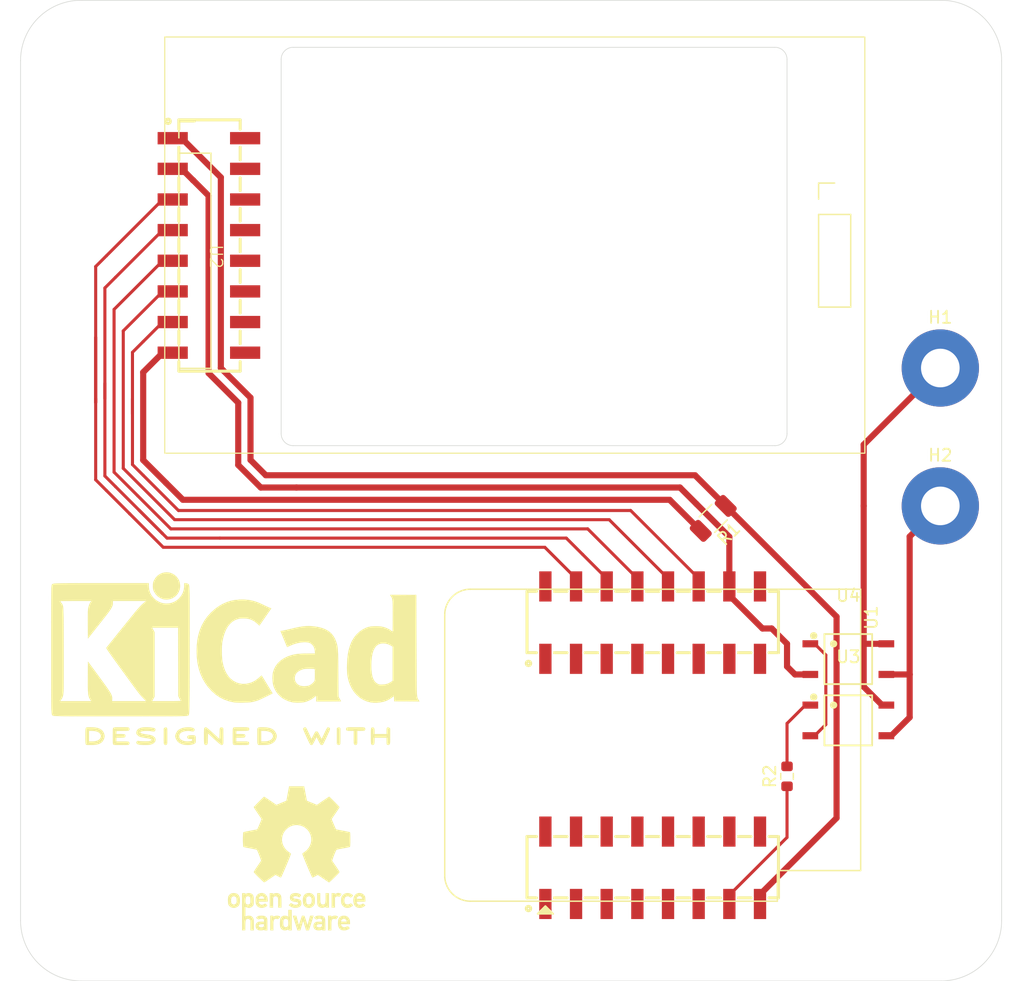
<source format=kicad_pcb>
(kicad_pcb (version 20240108) (generator "pcbnew") (generator_version "8.0")
  (layers (0 "F.Cu" signal) (31 "B.Cu" signal) (34 "B.Paste" user) (35 "F.Paste" user) (36 "B.SilkS" user "B.Silkscreen") (37 "F.SilkS" user "F.Silkscreen") (38 "B.Mask" user) (39 "F.Mask" user) (44 "Edge.Cuts" user))
  (net 0 "")
  (net 1 "P5")
  (net 2 "P4")
  (net 4 "P1")
  (net 7 "P7")
  (net 9 "P3")
  (net 10 "P8")
  (net 14 "P6")
  (net 16 "P2")
  (net 17 "P10")
  (net 20 "P14")
  (net 23 "P16")
  (net 24 "P12")
  (net 28 "P9")
  (net 29 "P11")
  (net 30 "P13")
  (net 32 "P15")
  (net 33 "Net-(U2-LED)")
  (net 34 "Net-(U3-Anode)")
  (net 35 "Net-(U3-Cathode)")
  (net 36 "Net-(H1-Pad1)")
  (net 37 "Net-(H2-Pad1)")
  (footprint "Symbol:KiCad-Logo2_12mm_SilkScreen" (layer "F.Cu") (at 86.36 83.82)
    (property "Reference" "REF**" (hide yes))
    (property "Value" "KiCad-Logo2_12mm_SilkScreen" (hide yes))
  )
  (footprint "MountingHole:MountingHole_3.5mm" (layer "F.Cu") (at 143.51 36.83)
    (property "Reference" "REF**" (hide yes))
    (property "Value" "MountingHole_3.5mm")
    (pad "" np_thru_hole circle (at 0 0) (size 3.5 3.5) (drill 3.5) (layers "*.Cu" "*.Mask"))
  )
  (footprint "MountingHole:MountingHole_3.5mm" (layer "F.Cu") (at 74.93 105.41)
    (property "Reference" "REF**" (hide yes))
    (property "Value" "MountingHole_3.5mm")
    (pad "" np_thru_hole circle (at 0 0) (size 3.5 3.5) (drill 3.5) (layers "*.Cu" "*.Mask"))
  )
  (footprint "Symbol:OSHW-Logo_11.4x12mm_SilkScreen" (layer "F.Cu") (at 91.44 101.6)
    (property "Reference" "REF**" (hide yes))
    (property "Value" "OSHW-Logo_11.4x12mm_SilkScreen" (hide yes))
  )
  (footprint "easyeda:HDR-SMD_16P-P2.54-V-F-R2-C8-LS7.1" (layer "F.Cu") (at 120.95 82.065)
    (property "Reference" "J2" (hide yes))
    (property "Value" "Conn_02x08_Counter_Clockwise")
    (pad "1" smd rect (at -8.89 3) (size 1.02 2.5) (layers "F.Cu" "F.Paste" "F.Mask"))
    (pad "2" smd rect (at -6.35 3) (size 1.02 2.5) (layers "F.Cu" "F.Paste" "F.Mask"))
    (pad "3" smd rect (at -3.81 3) (size 1.02 2.5) (layers "F.Cu" "F.Paste" "F.Mask"))
    (pad "4" smd rect (at -1.27 3) (size 1.02 2.5) (layers "F.Cu" "F.Paste" "F.Mask"))
    (pad "5" smd rect (at 1.27 3) (size 1.02 2.5) (layers "F.Cu" "F.Paste" "F.Mask"))
    (pad "6" smd rect (at 3.81 3) (size 1.02 2.5) (layers "F.Cu" "F.Paste" "F.Mask"))
    (pad "7" smd rect (at 6.35 3) (size 1.02 2.5) (layers "F.Cu" "F.Paste" "F.Mask"))
    (pad "8" smd rect (at 8.89 3) (size 1.02 2.5) (layers "F.Cu" "F.Paste" "F.Mask"))
    (pad "9" smd rect (at 8.89 -3) (size 1.02 2.5) (layers "F.Cu" "F.Paste" "F.Mask") (net 28 "P9"))
    (pad "10" smd rect (at 6.35 -3) (size 1.02 2.5) (layers "F.Cu" "F.Paste" "F.Mask") (net 17 "P10"))
    (pad "11" smd rect (at 3.81 -3) (size 1.02 2.5) (layers "F.Cu" "F.Paste" "F.Mask") (net 29 "P11"))
    (pad "12" smd rect (at 1.27 -3) (size 1.02 2.5) (layers "F.Cu" "F.Paste" "F.Mask") (net 24 "P12"))
    (pad "13" smd rect (at -1.27 -3) (size 1.02 2.5) (layers "F.Cu" "F.Paste" "F.Mask") (net 30 "P13"))
    (pad "14" smd rect (at -3.81 -3) (size 1.02 2.5) (layers "F.Cu" "F.Paste" "F.Mask") (net 20 "P14"))
    (pad "15" smd rect (at -6.35 -3) (size 1.02 2.5) (layers "F.Cu" "F.Paste" "F.Mask") (net 32 "P15"))
    (pad "16" smd rect (at -8.89 -3) (size 1.02 2.5) (layers "F.Cu" "F.Paste" "F.Mask") (net 23 "P16"))
  )
  (footprint "MountingHole:MountingHole_3.2mm_M3_Pad_TopBottom" (layer "F.Cu") (at 144.78 72.39)
    (property "Reference" "H2" (at 0 -4.2 0) (layer "F.SilkS"))
    (property "Value" "MountingHole_Pad")
    (pad "1" thru_hole circle (at 0 0) (size 3.6 3.6) (drill 3.2) (layers "*.Cu" "*.Mask") (net 37 "Net-(H2-Pad1)"))
    (pad "1" connect circle (at 0 0) (size 6.4 6.4) (layers "F.Cu" "F.Mask") (net 37 "Net-(H2-Pad1)"))
    (pad "1" connect circle (at 0 0) (size 6.4 6.4) (layers "B.Cu" "B.Mask") (net 37 "Net-(H2-Pad1)"))
  )
  (footprint "easyeda:SOP-4_L4.4-W4.0-P2.54-LS7.0-TL" (layer "F.Cu") (at 137.16 85.09)
    (property "Reference" "U4" (at 0 -5.27 0) (layer "F.SilkS"))
    (property "Value" "ELM3052(TA)")
    (pad "1" smd rect (at -3.15 -1.27 270) (size 0.59 1.3) (layers "F.Cu" "F.Paste" "F.Mask") (net 35 "Net-(U3-Cathode)"))
    (pad "2" smd rect (at -3.15 1.27 270) (size 0.59 1.3) (layers "F.Cu" "F.Paste" "F.Mask") (net 17 "P10"))
    (pad "3" smd rect (at 3.15 1.27 270) (size 0.59 1.3) (layers "F.Cu" "F.Paste" "F.Mask") (net 37 "Net-(H2-Pad1)"))
    (pad "4" smd rect (at 3.15 -1.27 270) (size 0.59 1.3) (layers "F.Cu" "F.Paste" "F.Mask") (net 36 "Net-(H1-Pad1)"))
  )
  (footprint "weather:TFT_ST7735_SD" (layer "F.Cu") (at 84.295 50.77 -90)
    (property "Reference" "U2" (at 0.95 -0.48 -90) (layer "F.SilkS") (effects (font (thickness 0.1))))
    (property "Value" "TFT_ST7735_SD")
    (pad "" np_thru_hole circle (at -14.25 -51.23) (size 3.2 3.2) (drill 3.2) (layers "*.Cu" "*.Mask"))
    (pad "" np_thru_hole circle (at -14.25 0.77) (size 3.2 3.2) (drill 3.2) (layers "*.Cu" "*.Mask"))
    (pad "" np_thru_hole circle (at 14.25 -51.23) (size 3.2 3.2) (drill 3.2) (layers "*.Cu" "*.Mask"))
    (pad "" np_thru_hole circle (at 14.25 0.77) (size 3.2 3.2) (drill 3.2) (layers "*.Cu" "*.Mask"))
    (pad "1" smd rect (at -8.86 3.11 270) (size 1.02 2.5) (layers "F.Cu" "F.Paste" "F.Mask") (net 10 "P8"))
    (pad "2" smd rect (at -6.32 3.11 270) (size 1.02 2.5) (layers "F.Cu" "F.Paste" "F.Mask") (net 17 "P10"))
    (pad "3" smd rect (at -3.78 3.11 270) (size 1.02 2.5) (layers "F.Cu" "F.Paste" "F.Mask") (net 32 "P15"))
    (pad "4" smd rect (at -1.24 3.11 270) (size 1.02 2.5) (layers "F.Cu" "F.Paste" "F.Mask") (net 20 "P14"))
    (pad "5" smd rect (at 1.3 3.11 270) (size 1.02 2.5) (layers "F.Cu" "F.Paste" "F.Mask") (net 30 "P13"))
    (pad "6" smd rect (at 3.84 3.11 270) (size 1.02 2.5) (layers "F.Cu" "F.Paste" "F.Mask") (net 24 "P12"))
    (pad "7" smd rect (at 6.38 3.11 270) (size 1.02 2.5) (layers "F.Cu" "F.Paste" "F.Mask") (net 29 "P11"))
    (pad "8" smd rect (at 8.92 3.11 270) (size 1.02 2.5) (layers "F.Cu" "F.Paste" "F.Mask") (net 33 "Net-(U2-LED)"))
    (pad "null0" smd rect (at -8.86 -2.89 270) (size 1.02 2.5) (layers "F.Cu" "F.Paste" "F.Mask"))
    (pad "null0" smd rect (at -6.32 -2.89 270) (size 1.02 2.5) (layers "F.Cu" "F.Paste" "F.Mask"))
    (pad "null0" smd rect (at -3.78 -2.89 270) (size 1.02 2.5) (layers "F.Cu" "F.Paste" "F.Mask"))
    (pad "null0" smd rect (at -1.24 -2.89 270) (size 1.02 2.5) (layers "F.Cu" "F.Paste" "F.Mask"))
    (pad "null0" smd rect (at 1.3 -2.89 270) (size 1.02 2.5) (layers "F.Cu" "F.Paste" "F.Mask"))
    (pad "null0" smd rect (at 3.84 -2.89 270) (size 1.02 2.5) (layers "F.Cu" "F.Paste" "F.Mask"))
    (pad "null0" smd rect (at 6.38 -2.89 270) (size 1.02 2.5) (layers "F.Cu" "F.Paste" "F.Mask"))
    (pad "null0" smd rect (at 8.92 -2.89 270) (size 1.02 2.5) (layers "F.Cu" "F.Paste" "F.Mask"))
  )
  (footprint "MountingHole:MountingHole_3.5mm" (layer "F.Cu") (at 74.93 36.83)
    (property "Reference" "REF**" (hide yes))
    (property "Value" "MountingHole_3.5mm")
    (pad "" np_thru_hole circle (at 0 0) (size 3.5 3.5) (drill 3.5) (layers "*.Cu" "*.Mask"))
  )
  (footprint "easyeda:SOP-4_L4.4-W4.0-P2.54-LS7.0-TL" (layer "F.Cu") (at 137.16 90.17)
    (property "Reference" "U3" (at 0 -5.27 0) (layer "F.SilkS"))
    (property "Value" "ELM3052(TA)")
    (pad "1" smd rect (at -3.15 -1.27 270) (size 0.59 1.3) (layers "F.Cu" "F.Paste" "F.Mask") (net 34 "Net-(U3-Anode)"))
    (pad "2" smd rect (at -3.15 1.27 270) (size 0.59 1.3) (layers "F.Cu" "F.Paste" "F.Mask") (net 35 "Net-(U3-Cathode)"))
    (pad "3" smd rect (at 3.15 1.27 270) (size 0.59 1.3) (layers "F.Cu" "F.Paste" "F.Mask") (net 37 "Net-(H2-Pad1)"))
    (pad "4" smd rect (at 3.15 -1.27 270) (size 0.59 1.3) (layers "F.Cu" "F.Paste" "F.Mask") (net 36 "Net-(H1-Pad1)"))
  )
  (footprint "Resistor_SMD:R_1206_3216Metric" (layer "F.Cu") (at 125.965856 73.424144 -135)
    (property "Reference" "R1" (at 0 -1.82 45) (layer "F.SilkS"))
    (property "Value" "10")
    (pad "1" smd roundrect (at -1.4625 0 225) (size 1.125 1.75) (layers "F.Cu" "F.Paste" "F.Mask") (roundrect_rratio 0.222222) (net 10 "P8"))
    (pad "2" smd roundrect (at 1.4625 0 225) (size 1.125 1.75) (layers "F.Cu" "F.Paste" "F.Mask") (roundrect_rratio 0.222222) (net 33 "Net-(U2-LED)"))
  )
  (footprint "Resistor_SMD:R_0603_1608Metric" (layer "F.Cu") (at 132.08 94.805 90)
    (property "Reference" "R2" (at 0 -1.43 90) (layer "F.SilkS"))
    (property "Value" "75")
    (pad "1" smd roundrect (at -0.825 0 90) (size 0.8 0.95) (layers "F.Cu" "F.Paste" "F.Mask") (net 7 "P7"))
    (pad "2" smd roundrect (at 0.825 0 90) (size 0.8 0.95) (layers "F.Cu" "F.Paste" "F.Mask") (net 34 "Net-(U3-Anode)"))
  )
  (footprint "MountingHole:MountingHole_3.5mm" (layer "F.Cu") (at 143.51 105.41)
    (property "Reference" "REF**" (hide yes))
    (property "Value" "MountingHole_3.5mm")
    (pad "" np_thru_hole circle (at 0 0) (size 3.5 3.5) (drill 3.5) (layers "*.Cu" "*.Mask"))
  )
  (footprint "weather:WEMOS_C3_1" (layer "F.Cu") (at 112.06 103.655 90)
    (property "Reference" "U1" (at 22 27 90) (layer "F.SilkS"))
    (property "Value" "WEMOS_C3_Mini")
  )
  (footprint "MountingHole:MountingHole_3.2mm_M3_Pad_TopBottom" (layer "F.Cu") (at 144.78 60.96)
    (property "Reference" "H1" (at 0 -4.2 0) (layer "F.SilkS"))
    (property "Value" "MountingHole_Pad")
    (pad "1" thru_hole circle (at 0 0) (size 3.6 3.6) (drill 3.2) (layers "*.Cu" "*.Mask") (net 36 "Net-(H1-Pad1)"))
    (pad "1" connect circle (at 0 0) (size 6.4 6.4) (layers "F.Cu" "F.Mask") (net 36 "Net-(H1-Pad1)"))
    (pad "1" connect circle (at 0 0) (size 6.4 6.4) (layers "B.Cu" "B.Mask") (net 36 "Net-(H1-Pad1)"))
  )
  (footprint "easyeda:HDR-SMD_16P-P2.54-V-F-R2-C8-LS7.1" (layer "F.Cu") (at 120.95 102.385)
    (property "Reference" "J1" (hide yes))
    (property "Value" "Conn_02x08_Counter_Clockwise")
    (pad "1" smd rect (at -8.89 3) (size 1.02 2.5) (layers "F.Cu" "F.Paste" "F.Mask") (net 4 "P1"))
    (pad "2" smd rect (at -6.35 3) (size 1.02 2.5) (layers "F.Cu" "F.Paste" "F.Mask") (net 16 "P2"))
    (pad "3" smd rect (at -3.81 3) (size 1.02 2.5) (layers "F.Cu" "F.Paste" "F.Mask") (net 9 "P3"))
    (pad "4" smd rect (at -1.27 3) (size 1.02 2.5) (layers "F.Cu" "F.Paste" "F.Mask") (net 2 "P4"))
    (pad "5" smd rect (at 1.27 3) (size 1.02 2.5) (layers "F.Cu" "F.Paste" "F.Mask") (net 1 "P5"))
    (pad "6" smd rect (at 3.81 3) (size 1.02 2.5) (layers "F.Cu" "F.Paste" "F.Mask") (net 14 "P6"))
    (pad "7" smd rect (at 6.35 3) (size 1.02 2.5) (layers "F.Cu" "F.Paste" "F.Mask") (net 7 "P7"))
    (pad "8" smd rect (at 8.89 3) (size 1.02 2.5) (layers "F.Cu" "F.Paste" "F.Mask") (net 10 "P8"))
    (pad "9" smd rect (at 8.89 -3) (size 1.02 2.5) (layers "F.Cu" "F.Paste" "F.Mask"))
    (pad "10" smd rect (at 6.35 -3) (size 1.02 2.5) (layers "F.Cu" "F.Paste" "F.Mask"))
    (pad "11" smd rect (at 3.81 -3) (size 1.02 2.5) (layers "F.Cu" "F.Paste" "F.Mask"))
    (pad "12" smd rect (at 1.27 -3) (size 1.02 2.5) (layers "F.Cu" "F.Paste" "F.Mask"))
    (pad "13" smd rect (at -1.27 -3) (size 1.02 2.5) (layers "F.Cu" "F.Paste" "F.Mask"))
    (pad "14" smd rect (at -3.81 -3) (size 1.02 2.5) (layers "F.Cu" "F.Paste" "F.Mask"))
    (pad "15" smd rect (at -6.35 -3) (size 1.02 2.5) (layers "F.Cu" "F.Paste" "F.Mask"))
    (pad "16" smd rect (at -8.89 -3) (size 1.02 2.5) (layers "F.Cu" "F.Paste" "F.Mask"))
  )
  (gr_arc (start 91.17 67.395) (mid 90.462893 67.102107) (end 90.17 66.395) (stroke (width 0.05)) (layer "Edge.Cuts"))
  (gr_arc (start 144.86 30.48) (mid 148.395534 31.944466) (end 149.86 35.48) (stroke (width 0.05)) (layer "Edge.Cuts"))
  (gr_arc (start 132.08 66.395) (mid 131.787107 67.102107) (end 131.08 67.395) (stroke (width 0.05)) (layer "Edge.Cuts"))
  (gr_line (start 68.58 106.76) (end 68.58 35.48) (stroke (width 0.05)) (layer "Edge.Cuts"))
  (gr_arc (start 149.86 106.76) (mid 148.395534 110.295534) (end 144.86 111.76) (stroke (width 0.05)) (layer "Edge.Cuts"))
  (gr_line (start 73.58 30.48) (end 144.86 30.48) (stroke (width 0.05)) (layer "Edge.Cuts"))
  (gr_line (start 131.08 67.395) (end 91.17 67.395) (stroke (width 0.05)) (layer "Edge.Cuts"))
  (gr_line (start 90.17 66.395) (end 90.17 35.375) (stroke (width 0.05)) (layer "Edge.Cuts"))
  (gr_arc (start 131.08 34.375) (mid 131.787107 34.667893) (end 132.08 35.375) (stroke (width 0.05)) (layer "Edge.Cuts"))
  (gr_arc (start 68.58 35.48) (mid 70.044466 31.944466) (end 73.58 30.48) (stroke (width 0.05)) (layer "Edge.Cuts"))
  (gr_line (start 91.17 34.375) (end 131.08 34.375) (stroke (width 0.05)) (layer "Edge.Cuts"))
  (gr_arc (start 73.58 111.76) (mid 70.044466 110.295534) (end 68.58 106.76) (stroke (width 0.05)) (layer "Edge.Cuts"))
  (gr_line (start 132.08 35.375) (end 132.08 66.395) (stroke (width 0.05)) (layer "Edge.Cuts"))
  (gr_line (start 149.86 35.48) (end 149.86 106.76) (stroke (width 0.05)) (layer "Edge.Cuts"))
  (gr_line (start 144.86 111.76) (end 73.58 111.76) (stroke (width 0.05)) (layer "Edge.Cuts"))
  (gr_arc (start 90.17 35.375) (mid 90.462893 34.667893) (end 91.17 34.375) (stroke (width 0.05)) (layer "Edge.Cuts"))
  (segment (start 127.3 104.645) (end 132.08 99.865) (width 0.254) (layer "F.Cu") (net 7))
  (segment (start 132.08 99.865) (end 132.08 95.63) (width 0.254) (layer "F.Cu") (net 7))
  (segment (start 127.3 105.385) (end 127.3 104.645) (width 0.254) (layer "F.Cu") (net 7))
  (segment (start 87.63 68.58) (end 88.9 69.85) (width 0.508) (layer "F.Cu") (net 10))
  (segment (start 85.173 45.158) (end 85.173 60.962) (width 0.508) (layer "F.Cu") (net 10))
  (segment (start 136.184 81.574) (end 136.184 98.258) (width 0.508) (layer "F.Cu") (net 10))
  (segment (start 81.185 41.91) (end 81.929 41.91) (width 0.508) (layer "F.Cu") (net 10))
  (segment (start 87.63 63.419) (end 87.63 68.58) (width 0.508) (layer "F.Cu") (net 10))
  (segment (start 136.184 98.258) (end 129.84 104.602) (width 0.508) (layer "F.Cu") (net 10))
  (segment (start 124.46 69.85) (end 88.9 69.85) (width 0.508) (layer "F.Cu") (net 10))
  (segment (start 81.925 41.91) (end 85.173 45.158) (width 0.508) (layer "F.Cu") (net 10))
  (segment (start 127 72.39) (end 136.184 81.574) (width 0.508) (layer "F.Cu") (net 10))
  (segment (start 129.84 105.385) (end 129.84 106.38) (width 0.508) (layer "F.Cu") (net 10))
  (segment (start 81.185 41.91) (end 81.925 41.91) (width 0.508) (layer "F.Cu") (net 10))
  (segment (start 129.84 104.602) (end 129.84 105.385) (width 0.508) (layer "F.Cu") (net 10))
  (segment (start 127 72.39) (end 124.46 69.85) (width 0.508) (layer "F.Cu") (net 10))
  (segment (start 85.173 60.962) (end 87.63 63.419) (width 0.508) (layer "F.Cu") (net 10))
  (segment (start 127.3 79.805) (end 130.045 82.55) (width 0.508) (layer "F.Cu") (net 17))
  (segment (start 91.44 70.866) (end 88.479159 70.866) (width 0.508) (layer "F.Cu") (net 17))
  (segment (start 82.8765 45.3975) (end 84.157 46.678) (width 0.508) (layer "F.Cu") (net 17))
  (segment (start 132.08 83.82) (end 132.08 85.7) (width 0.508) (layer "F.Cu") (net 17))
  (segment (start 127.138 78.903) (end 127.3 79.065) (width 0.508) (layer "F.Cu") (net 17))
  (segment (start 127.3 74.95345) (end 127.3 79.065) (width 0.508) (layer "F.Cu") (net 17))
  (segment (start 124.57355 72.227) (end 127.3 74.95345) (width 0.508) (layer "F.Cu") (net 17))
  (segment (start 81.185 44.365) (end 80.445 44.365) (width 0.508) (layer "F.Cu") (net 17))
  (segment (start 86.614 63.83984) (end 86.614 69.00084) (width 0.508) (layer "F.Cu") (net 17))
  (segment (start 123.21255 70.866) (end 91.44 70.866) (width 0.508) (layer "F.Cu") (net 17))
  (segment (start 82.8725 45.3975) (end 82.8765 45.3975) (width 0.508) (layer "F.Cu") (net 17))
  (segment (start 84.157 46.678) (end 84.157 61.38284) (width 0.508) (layer "F.Cu") (net 17))
  (segment (start 132.74 86.36) (end 132.08 85.7) (width 0.508) (layer "F.Cu") (net 17))
  (segment (start 88.479159 70.866) (end 86.614 69.000841) (width 0.508) (layer "F.Cu") (net 17))
  (segment (start 81.925 44.45) (end 82.8725 45.3975) (width 0.508) (layer "F.Cu") (net 17))
  (segment (start 134.01 86.36) (end 132.74 86.36) (width 0.508) (layer "F.Cu") (net 17))
  (segment (start 81.185 44.45) (end 81.925 44.45) (width 0.508) (layer "F.Cu") (net 17))
  (segment (start 127.3 79.065) (end 127.3 79.805) (width 0.508) (layer "F.Cu") (net 17))
  (segment (start 130.81 82.55) (end 132.08 83.82) (width 0.508) (layer "F.Cu") (net 17))
  (segment (start 124.57355 72.227) (end 123.21255 70.866) (width 0.508) (layer "F.Cu") (net 17))
  (segment (start 130.045 82.55) (end 130.81 82.55) (width 0.508) (layer "F.Cu") (net 17))
  (segment (start 84.157 61.38284) (end 86.614 63.83984) (width 0.508) (layer "F.Cu") (net 17))
  (segment (start 81.929 44.45) (end 81.185 44.45) (width 0.508) (layer "F.Cu") (net 17))
  (segment (start 76.454 70.796893) (end 75.565 69.907893) (width 0.254) (layer "F.Cu") (net 20))
  (segment (start 85.09 75.057) (end 80.714108 75.057) (width 0.254) (layer "F.Cu") (net 20))
  (segment (start 115.153 76.418) (end 117.14 78.405) (width 0.254) (layer "F.Cu") (net 20))
  (segment (start 117.14 78.405) (end 117.14 79.065) (width 0.254) (layer "F.Cu") (net 20))
  (segment (start 113.792 75.057) (end 85.09 75.057) (width 0.254) (layer "F.Cu") (net 20))
  (segment (start 81.185 49.445) (end 80.445 49.445) (width 0.254) (layer "F.Cu") (net 20))
  (segment (start 76.454 53.436) (end 75.565 54.325) (width 0.254) (layer "F.Cu") (net 20))
  (segment (start 80.714108 75.057) (end 78.393554 72.736446) (width 0.254) (layer "F.Cu") (net 20))
  (segment (start 75.565 54.325) (end 75.565 63.5) (width 0.254) (layer "F.Cu") (net 20))
  (segment (start 76.454 70.796893) (end 80.333107 74.676) (width 0.254) (layer "F.Cu") (net 20))
  (segment (start 75.565 69.907893) (end 75.565 62.23) (width 0.254) (layer "F.Cu") (net 20))
  (segment (start 80.333107 74.676) (end 80.333107 74.676001) (width 0.254) (layer "F.Cu") (net 20))
  (segment (start 80.445 49.445) (end 76.454 53.436) (width 0.254) (layer "F.Cu") (net 20))
  (segment (start 115.153 76.418) (end 113.792 75.057) (width 0.254) (layer "F.Cu") (net 20))
  (segment (start 80.445 54.525) (end 81.185 54.525) (width 0.254) (layer "F.Cu") (net 24))
  (segment (start 117.348 73.533) (end 81.345369 73.533) (width 0.254) (layer "F.Cu") (net 24))
  (segment (start 122.22 78.405) (end 117.348 73.533) (width 0.254) (layer "F.Cu") (net 24))
  (segment (start 77.089 69.276631) (end 77.089 57.881) (width 0.254) (layer "F.Cu") (net 24))
  (segment (start 122.22 79.065) (end 122.22 78.405) (width 0.254) (layer "F.Cu") (net 24))
  (segment (start 81.345369 73.533) (end 77.089 69.276631) (width 0.254) (layer "F.Cu") (net 24))
  (segment (start 77.089 57.881) (end 80.445 54.525) (width 0.254) (layer "F.Cu") (net 24))
  (segment (start 77.851 59.659) (end 77.851 64.77) (width 0.254) (layer "F.Cu") (net 29))
  (segment (start 80.445 57.065) (end 78.74 58.77) (width 0.254) (layer "F.Cu") (net 29))
  (segment (start 81.185 57.065) (end 80.445 57.065) (width 0.254) (layer "F.Cu") (net 29))
  (segment (start 77.851 68.961) (end 77.851 63.5) (width 0.254) (layer "F.Cu") (net 29))
  (segment (start 124.76 79.065) (end 124.76 78.405) (width 0.254) (layer "F.Cu") (net 29))
  (segment (start 78.74 69.85) (end 77.851 68.961) (width 0.254) (layer "F.Cu") (net 29))
  (segment (start 124.76 78.405) (end 119.126 72.771) (width 0.254) (layer "F.Cu") (net 29))
  (segment (start 119.126 72.771) (end 81.661 72.771) (width 0.254) (layer "F.Cu") (net 29))
  (segment (start 78.74 58.77) (end 77.851 59.659) (width 0.254) (layer "F.Cu") (net 29))
  (segment (start 81.661 72.771) (end 78.74 69.85) (width 0.254) (layer "F.Cu") (net 29))
  (segment (start 76.327 56.103) (end 76.327 69.592262) (width 0.254) (layer "F.Cu") (net 30))
  (segment (start 80.445 51.985) (end 76.327 56.103) (width 0.254) (layer "F.Cu") (net 30))
  (segment (start 115.57 74.295) (end 81.029738 74.295) (width 0.254) (layer "F.Cu") (net 30))
  (segment (start 81.185 51.985) (end 80.445 51.985) (width 0.254) (layer "F.Cu") (net 30))
  (segment (start 76.327 69.592262) (end 78.297369 71.562631) (width 0.254) (layer "F.Cu") (net 30))
  (segment (start 119.68 79.065) (end 119.68 78.405) (width 0.254) (layer "F.Cu") (net 30))
  (segment (start 119.68 79.065) (end 119.68 78.325) (width 0.254) (layer "F.Cu") (net 30))
  (segment (start 81.029738 74.295) (end 78.297369 71.562631) (width 0.254) (layer "F.Cu") (net 30))
  (segment (start 119.68 78.405) (end 115.57 74.295) (width 0.254) (layer "F.Cu") (net 30))
  (segment (start 74.803 58.42) (end 74.803 70.223524) (width 0.254) (layer "F.Cu") (net 32))
  (segment (start 74.803 52.547) (end 74.803 63.815631) (width 0.254) (layer "F.Cu") (net 32))
  (segment (start 114.6 79.065) (end 114.6 78.325) (width 0.254) (layer "F.Cu") (net 32))
  (segment (start 74.803 63.815631) (end 74.803 63.5) (width 0.254) (layer "F.Cu") (net 32))
  (segment (start 77.631553 73.052076) (end 77.631554 73.052076) (width 0.254) (layer "F.Cu") (net 32))
  (segment (start 74.803 70.223524) (end 75.692 71.112524) (width 0.254) (layer "F.Cu") (net 32))
  (segment (start 112.014 75.819) (end 114.6 78.405) (width 0.254) (layer "F.Cu") (net 32))
  (segment (start 114.6 78.405) (end 114.6 79.065) (width 0.254) (layer "F.Cu") (net 32))
  (segment (start 80.398478 75.819) (end 112.014 75.819) (width 0.254) (layer "F.Cu") (net 32))
  (segment (start 75.692 51.658) (end 74.803 52.547) (width 0.254) (layer "F.Cu") (net 32))
  (segment (start 75.692 71.112524) (end 77.631553 73.052076) (width 0.254) (layer "F.Cu") (net 32))
  (segment (start 80.445 46.905) (end 75.692 51.658) (width 0.254) (layer "F.Cu") (net 32))
  (segment (start 80.441 46.905) (end 81.185 46.905) (width 0.508) (layer "F.Cu") (net 32))
  (segment (start 77.631554 73.052076) (end 80.398478 75.819) (width 0.254) (layer "F.Cu") (net 32))
  (segment (start 78.74 61.31) (end 80.445 59.605) (width 0.508) (layer "F.Cu") (net 33))
  (segment (start 122.355424 71.882) (end 82.029236 71.882) (width 0.508) (layer "F.Cu") (net 33))
  (segment (start 78.74 68.592764) (end 78.74 61.31) (width 0.508) (layer "F.Cu") (net 33))
  (segment (start 81.185 59.69) (end 80.53 59.69) (width 0.508) (layer "F.Cu") (net 33))
  (segment (start 80.445 59.605) (end 81.185 59.605) (width 0.254) (layer "F.Cu") (net 33))
  (segment (start 124.931712 74.458288) (end 122.355424 71.882) (width 0.508) (layer "F.Cu") (net 33))
  (segment (start 80.638618 70.491382) (end 78.74 68.592764) (width 0.508) (layer "F.Cu") (net 33))
  (segment (start 82.029236 71.882) (end 80.638618 70.491382) (width 0.508) (layer "F.Cu") (net 33))
  (segment (start 80.53 59.69) (end 80.445 59.605) (width 0.508) (layer "F.Cu") (net 33))
  (segment (start 132.08 90.424) (end 132.08 93.98) (width 0.254) (layer "F.Cu") (net 34))
  (segment (start 134.01 88.9) (end 133.604 88.9) (width 0.254) (layer "F.Cu") (net 34))
  (segment (start 133.604 88.9) (end 132.08 90.424) (width 0.254) (layer "F.Cu") (net 34))
  (segment (start 134.366 91.44) (end 134.01 91.44) (width 0.254) (layer "F.Cu") (net 35))
  (segment (start 135.295 90.511) (end 134.366 91.44) (width 0.254) (layer "F.Cu") (net 35))
  (segment (start 135.295 84.749) (end 135.295 90.511) (width 0.254) (layer "F.Cu") (net 35))
  (segment (start 134.366 83.82) (end 135.295 84.749) (width 0.254) (layer "F.Cu") (net 35))
  (segment (start 134.01 83.82) (end 134.366 83.82) (width 0.254) (layer "F.Cu") (net 35))
  (segment (start 138.43 87.376) (end 138.43 83.82) (width 0.508) (layer "F.Cu") (net 36))
  (segment (start 140.31 88.9) (end 139.954 88.9) (width 0.508) (layer "F.Cu") (net 36))
  (segment (start 140.31 83.82) (end 138.43 83.82) (width 0.508) (layer "F.Cu") (net 36))
  (segment (start 139.954 88.9) (end 138.43 87.376) (width 0.508) (layer "F.Cu") (net 36))
  (segment (start 138.43 72.39) (end 138.43 67.31) (width 0.508) (layer "F.Cu") (net 36))
  (segment (start 138.43 72.39) (end 138.43 83.82) (width 0.508) (layer "F.Cu") (net 36))
  (segment (start 138.43 67.31) (end 144.78 60.96) (width 0.508) (layer "F.Cu") (net 36))
  (segment (start 142.24 89.916) (end 142.24 86.36) (width 0.508) (layer "F.Cu") (net 37))
  (segment (start 140.31 86.36) (end 142.24 86.36) (width 0.508) (layer "F.Cu") (net 37))
  (segment (start 140.716 91.44) (end 142.24 89.916) (width 0.508) (layer "F.Cu") (net 37))
  (segment (start 140.31 91.44) (end 140.716 91.44) (width 0.508) (layer "F.Cu") (net 37))
  (segment (start 142.24 74.93) (end 144.78 72.39) (width 0.508) (layer "F.Cu") (net 37))
  (segment (start 142.24 86.36) (end 142.24 74.93) (width 0.508) (layer "F.Cu") (net 37))
)
</source>
